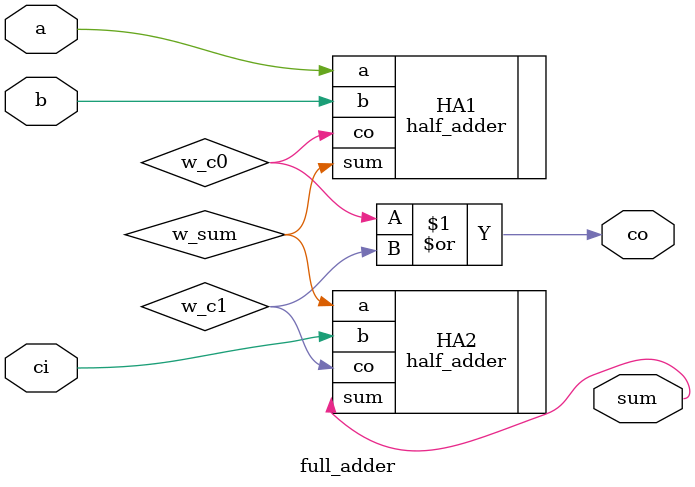
<source format=sv>
module full_adder (a, b, ci, sum, co);

  input a, b, ci;
  output sum, co;

  logic w_sum, w_c0, w_c1;

  half_adder HA1 (.a(a), .b(b), .sum(w_sum), .co(w_c0));
  half_adder HA2 (.a(w_sum), .b(ci), .sum(sum), .co(w_c1));

  assign co = w_c0 | w_c1;

endmodule

</source>
